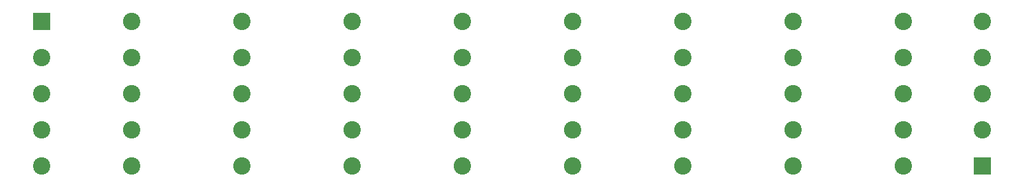
<source format=gbs>
G04 Layer: BottomSolderMaskLayer*
G04 EasyEDA v6.4.25, 2021-12-12T20:56:00+02:00*
G04 4092842e100643a18230132d8ada3433,1f0f20c424864fadbde79754da5e519f,10*
G04 Gerber Generator version 0.2*
G04 Scale: 100 percent, Rotated: No, Reflected: No *
G04 Dimensions in millimeters *
G04 leading zeros omitted , absolute positions ,4 integer and 5 decimal *
%FSLAX45Y45*%
%MOMM*%

%ADD15C,2.4016*%
%ADD17C,2.4000*%

%LPD*%
D15*
G01*
X1993900Y-1006602D03*
G01*
X1993900Y-1506601D03*
G01*
X1993900Y-2006600D03*
G01*
X1993900Y-2506624D03*
G01*
X1993900Y-3006623D03*
G01*
X3517900Y-1006602D03*
G01*
X3517900Y-1506601D03*
G01*
X3517900Y-2006600D03*
G01*
X3517900Y-2506624D03*
G01*
X3517900Y-3006623D03*
G01*
X5041900Y-1006602D03*
G01*
X5041900Y-1506601D03*
G01*
X5041900Y-2006600D03*
G01*
X5041900Y-2506624D03*
G01*
X5041900Y-3006623D03*
G01*
X6565900Y-1006602D03*
G01*
X6565900Y-1506601D03*
G01*
X6565900Y-2006600D03*
G01*
X6565900Y-2506624D03*
G01*
X6565900Y-3006623D03*
G01*
X8089900Y-1006602D03*
G01*
X8089900Y-1506601D03*
G01*
X8089900Y-2006600D03*
G01*
X8089900Y-2506624D03*
G01*
X8089900Y-3006623D03*
G01*
X9613900Y-1006602D03*
G01*
X9613900Y-1506601D03*
G01*
X9613900Y-2006600D03*
G01*
X9613900Y-2506624D03*
G01*
X9613900Y-3006623D03*
G01*
X11137900Y-1006602D03*
G01*
X11137900Y-1506601D03*
G01*
X11137900Y-2006600D03*
G01*
X11137900Y-2506624D03*
G01*
X11137900Y-3006623D03*
G01*
X12661900Y-1006602D03*
G01*
X12661900Y-1506601D03*
G01*
X12661900Y-2006600D03*
G01*
X12661900Y-2506624D03*
G01*
X12661900Y-3006623D03*
G36*
X629412Y-1126489D02*
G01*
X629412Y-886713D01*
X869187Y-886713D01*
X869187Y-1126489D01*
G37*
D17*
G01*
X749300Y-1506601D03*
G01*
X749300Y-2006600D03*
G01*
X749300Y-2506598D03*
G01*
X749300Y-3006597D03*
G36*
X13634211Y-3126486D02*
G01*
X13634211Y-2886710D01*
X13873988Y-2886710D01*
X13873988Y-3126486D01*
G37*
G01*
X13754100Y-2506598D03*
G01*
X13754100Y-2006600D03*
G01*
X13754100Y-1506601D03*
G01*
X13754100Y-1006602D03*
M02*

</source>
